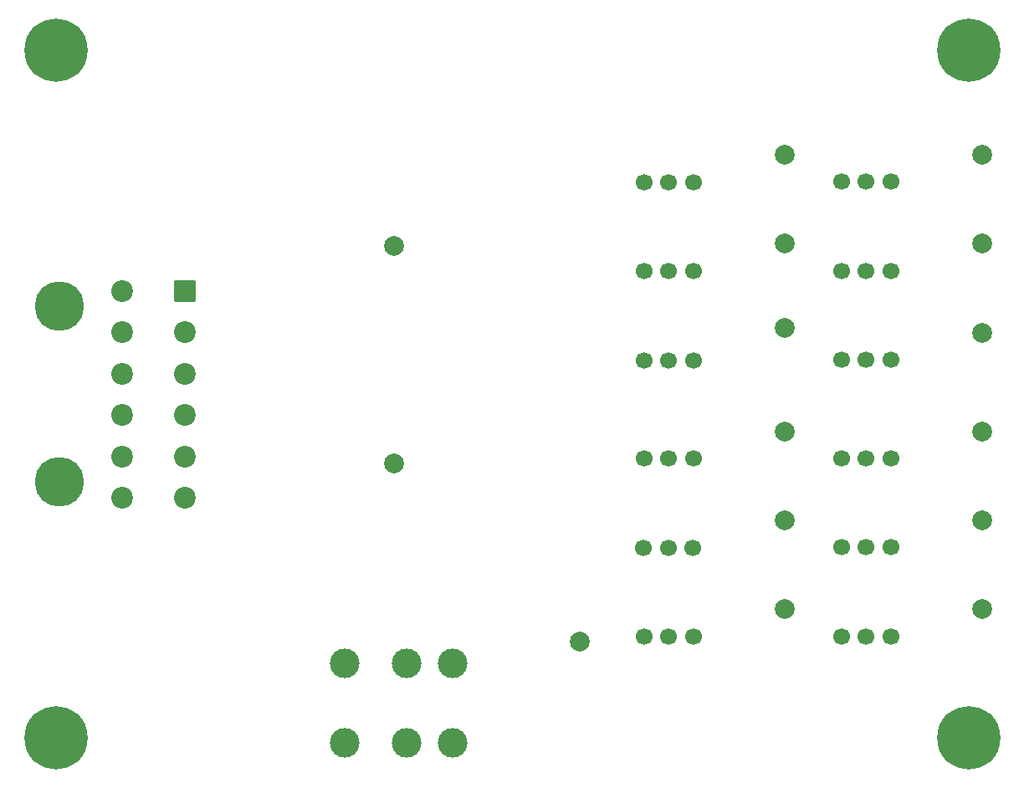
<source format=gbr>
%TF.GenerationSoftware,KiCad,Pcbnew,9.0.3*%
%TF.CreationDate,2025-12-22T19:21:40+07:00*%
%TF.ProjectId,BSPD v4 Rev 5,42535044-2076-4342-9052-657620352e6b,rev?*%
%TF.SameCoordinates,Original*%
%TF.FileFunction,Soldermask,Bot*%
%TF.FilePolarity,Negative*%
%FSLAX46Y46*%
G04 Gerber Fmt 4.6, Leading zero omitted, Abs format (unit mm)*
G04 Created by KiCad (PCBNEW 9.0.3) date 2025-12-22 19:21:40*
%MOMM*%
%LPD*%
G01*
G04 APERTURE LIST*
G04 Aperture macros list*
%AMRoundRect*
0 Rectangle with rounded corners*
0 $1 Rounding radius*
0 $2 $3 $4 $5 $6 $7 $8 $9 X,Y pos of 4 corners*
0 Add a 4 corners polygon primitive as box body*
4,1,4,$2,$3,$4,$5,$6,$7,$8,$9,$2,$3,0*
0 Add four circle primitives for the rounded corners*
1,1,$1+$1,$2,$3*
1,1,$1+$1,$4,$5*
1,1,$1+$1,$6,$7*
1,1,$1+$1,$8,$9*
0 Add four rect primitives between the rounded corners*
20,1,$1+$1,$2,$3,$4,$5,0*
20,1,$1+$1,$4,$5,$6,$7,0*
20,1,$1+$1,$6,$7,$8,$9,0*
20,1,$1+$1,$8,$9,$2,$3,0*%
G04 Aperture macros list end*
%ADD10C,0.800000*%
%ADD11C,6.400000*%
%ADD12C,1.700000*%
%ADD13C,5.000000*%
%ADD14RoundRect,0.150000X0.960000X-0.950000X0.960000X0.950000X-0.960000X0.950000X-0.960000X-0.950000X0*%
%ADD15C,2.200000*%
%ADD16C,3.000000*%
%ADD17C,2.000000*%
G04 APERTURE END LIST*
D10*
%TO.C,H4*%
X234950000Y-141000000D03*
X235652944Y-139302944D03*
X235652944Y-142697056D03*
X237350000Y-138600000D03*
D11*
X237350000Y-141000000D03*
D10*
X237350000Y-143400000D03*
X239047056Y-139302944D03*
X239047056Y-142697056D03*
X239750000Y-141000000D03*
%TD*%
D12*
%TO.C,RV2*%
X204500000Y-93805000D03*
X207000000Y-93805000D03*
X209500000Y-93805000D03*
%TD*%
D13*
%TO.C,J1*%
X145300000Y-115140000D03*
X145300000Y-97360000D03*
D14*
X158000000Y-95770000D03*
D15*
X158000000Y-99960000D03*
X158000000Y-104150000D03*
X158000000Y-108350000D03*
X158000000Y-112540000D03*
X158000000Y-116730000D03*
X151650000Y-116730000D03*
X151650000Y-112540000D03*
X151650000Y-108350000D03*
X151650000Y-104150000D03*
X151650000Y-99960000D03*
X151650000Y-95770000D03*
%TD*%
D16*
%TO.C,U23*%
X174200000Y-133500000D03*
X174200000Y-141500000D03*
X180500000Y-141500000D03*
X185150000Y-141500000D03*
X185150000Y-133500000D03*
X180500000Y-133500000D03*
%TD*%
D12*
%TO.C,RV3*%
X204500000Y-102800000D03*
X207000000Y-102800000D03*
X209500000Y-102800000D03*
%TD*%
%TO.C,RV7*%
X224500000Y-84750000D03*
X227000000Y-84750000D03*
X229500000Y-84750000D03*
%TD*%
D10*
%TO.C,H2*%
X234950000Y-71400000D03*
X235652944Y-69702944D03*
X235652944Y-73097056D03*
X237350000Y-69000000D03*
D11*
X237350000Y-71400000D03*
D10*
X237350000Y-73800000D03*
X239047056Y-69702944D03*
X239047056Y-73097056D03*
X239750000Y-71400000D03*
%TD*%
%TO.C,H3*%
X142600000Y-141000000D03*
X143302944Y-139302944D03*
X143302944Y-142697056D03*
X145000000Y-138600000D03*
D11*
X145000000Y-141000000D03*
D10*
X145000000Y-143400000D03*
X146697056Y-139302944D03*
X146697056Y-142697056D03*
X147400000Y-141000000D03*
%TD*%
D12*
%TO.C,RV4*%
X204500000Y-112780000D03*
X207000000Y-112780000D03*
X209500000Y-112780000D03*
%TD*%
%TO.C,RV12*%
X224500000Y-130800000D03*
X227000000Y-130800000D03*
X229500000Y-130800000D03*
%TD*%
%TO.C,RV11*%
X224500000Y-121750000D03*
X227000000Y-121750000D03*
X229500000Y-121750000D03*
%TD*%
D10*
%TO.C,H1*%
X142600000Y-71400000D03*
X143302944Y-69702944D03*
X143302944Y-73097056D03*
X145000000Y-69000000D03*
D11*
X145000000Y-71400000D03*
D10*
X145000000Y-73800000D03*
X146697056Y-69702944D03*
X146697056Y-73097056D03*
X147400000Y-71400000D03*
%TD*%
D12*
%TO.C,RV8*%
X224500000Y-93750000D03*
X227000000Y-93750000D03*
X229500000Y-93750000D03*
%TD*%
%TO.C,RV6*%
X204500000Y-130810000D03*
X207000000Y-130810000D03*
X209500000Y-130810000D03*
%TD*%
%TO.C,RV10*%
X224500000Y-112765000D03*
X227000000Y-112765000D03*
X229500000Y-112765000D03*
%TD*%
%TO.C,RV1*%
X204500000Y-84800000D03*
X207000000Y-84800000D03*
X209500000Y-84800000D03*
%TD*%
%TO.C,RV5*%
X204475000Y-121770000D03*
X206975000Y-121770000D03*
X209475000Y-121770000D03*
%TD*%
%TO.C,RV9*%
X224500000Y-102740000D03*
X227000000Y-102740000D03*
X229500000Y-102740000D03*
%TD*%
D17*
%TO.C,TP32*%
X179250000Y-113250000D03*
%TD*%
%TO.C,TP20*%
X218750000Y-110000000D03*
%TD*%
%TO.C,TP25*%
X238750000Y-100000000D03*
%TD*%
%TO.C,TP26*%
X238750000Y-110000000D03*
%TD*%
%TO.C,TP27*%
X238750000Y-119000000D03*
%TD*%
%TO.C,TP28*%
X238750000Y-128000000D03*
%TD*%
%TO.C,TP18*%
X218750000Y-91000000D03*
%TD*%
%TO.C,TP22*%
X218750000Y-128000000D03*
%TD*%
%TO.C,TP21*%
X218750000Y-119000000D03*
%TD*%
%TO.C,TP31*%
X179250000Y-91250000D03*
%TD*%
%TO.C,TP23*%
X238750000Y-82000000D03*
%TD*%
%TO.C,TP34*%
X198000000Y-131250000D03*
%TD*%
%TO.C,TP19*%
X218750000Y-99500000D03*
%TD*%
%TO.C,TP24*%
X238750000Y-91000000D03*
%TD*%
%TO.C,TP17*%
X218750000Y-82000000D03*
%TD*%
M02*

</source>
